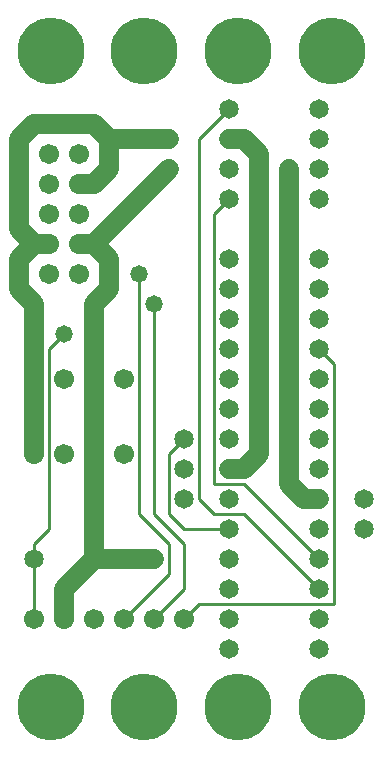
<source format=gtl>
%MOIN*%
%FSLAX25Y25*%
G04 D10 used for Character Trace; *
G04     Circle (OD=.01000) (No hole)*
G04 D11 used for Power Trace; *
G04     Circle (OD=.06500) (No hole)*
G04 D12 used for Signal Trace; *
G04     Circle (OD=.01100) (No hole)*
G04 D13 used for Via; *
G04     Circle (OD=.05800) (Round. Hole ID=.02800)*
G04 D14 used for Component hole; *
G04     Circle (OD=.06500) (Round. Hole ID=.03500)*
G04 D15 used for Component hole; *
G04     Circle (OD=.06700) (Round. Hole ID=.04300)*
G04 D16 used for Component hole; *
G04     Circle (OD=.08100) (Round. Hole ID=.05100)*
G04 D17 used for Component hole; *
G04     Circle (OD=.08900) (Round. Hole ID=.05900)*
G04 D18 used for Component hole; *
G04     Circle (OD=.11300) (Round. Hole ID=.08300)*
G04 D19 used for Component hole; *
G04     Circle (OD=.16000) (Round. Hole ID=.13000)*
G04 D20 used for Component hole; *
G04     Circle (OD=.18300) (Round. Hole ID=.15300)*
G04 D21 used for Component hole; *
G04     Circle (OD=.22291) (Round. Hole ID=.19291)*
%ADD10C,.01000*%
%ADD11C,.06500*%
%ADD12C,.01100*%
%ADD13C,.05800*%
%ADD14C,.06500*%
%ADD15C,.06700*%
%ADD16C,.08100*%
%ADD17C,.08900*%
%ADD18C,.11300*%
%ADD19C,.16000*%
%ADD20C,.18300*%
%ADD21C,.22291*%
%IPPOS*%
%LPD*%
G90*X0Y0D02*D21*X15625Y15625D03*D15*              
X40000Y45000D03*D12*X55000Y60000D01*Y70000D01*    
X45000Y80000D01*Y160000D01*D13*D03*D11*           
X35000Y155000D02*Y165000D01*X30000Y150000D02*     
X35000Y155000D01*X30000Y125000D02*Y150000D01*D15* 
Y125000D03*D11*Y100000D01*D15*D03*D11*Y65000D01*  
X20000Y55000D01*Y45000D01*D15*D03*X30000D03*      
X10000D03*D12*Y65000D01*D14*D03*D12*Y70000D01*    
X15000Y75000D01*Y135000D01*X20000Y140000D01*D13*  
D03*D11*X10000Y125000D02*Y150000D01*D15*          
Y125000D03*D11*Y100000D01*D15*D03*X20000D03*      
Y125000D03*X40000Y100000D03*Y125000D03*D11*       
X30000Y65000D02*X50000D01*D14*D03*D12*Y45000D02*  
X60000Y55000D01*D15*X50000Y45000D03*D12*          
X60000Y55000D02*Y70000D01*X50000Y80000D01*        
Y150000D01*D13*D03*D11*X35000Y165000D02*          
X30000Y170000D01*X25000D01*D15*D03*D11*X30000D02* 
X55000Y195000D01*D14*D03*D12*X65000Y85000D02*     
Y205000D01*X70000Y80000D02*X65000Y85000D01*       
X70000Y80000D02*X80000D01*X105000Y55000D01*D14*   
D03*D12*X65000Y50000D02*X110000D01*               
X60000Y45000D02*X65000Y50000D01*D15*              
X60000Y45000D03*D14*X75000Y35000D03*Y45000D03*    
Y55000D03*Y65000D03*Y75000D03*D12*X60000D01*      
X55000Y80000D01*Y100000D01*X60000Y105000D01*D14*  
D03*Y95000D03*X75000D03*D11*X80000D01*            
X85000Y100000D01*Y200000D01*X80000Y205000D01*     
X75000D01*D14*D03*Y215000D03*D12*X65000Y205000D01*
D14*X75000Y195000D03*X55000Y205000D03*D11*        
X35000D01*Y195000D01*X30000Y190000D01*X25000D01*  
D15*D03*X15000Y200000D03*Y180000D03*              
X25000Y200000D03*X15000Y190000D03*                
X25000Y180000D03*D11*X35000Y205000D02*            
X30000Y210000D01*X10000D01*X5000Y205000D01*       
Y175000D01*X10000Y170000D01*X5000Y165000D01*      
Y155000D01*X10000Y150000D01*D15*X15000Y160000D03* 
X25000D03*X15000Y170000D03*D11*X10000D01*D12*     
X70000Y90000D02*Y180000D01*Y90000D02*X80000D01*   
X105000Y65000D01*D14*D03*Y75000D03*D12*           
X110000Y50000D02*Y130000D01*X105000Y135000D01*D14*
D03*Y145000D03*Y125000D03*Y155000D03*Y115000D03*  
X75000Y165000D03*Y105000D03*Y155000D03*Y145000D03*
X105000Y165000D03*X75000Y135000D03*               
X105000Y105000D03*X75000Y125000D03*Y115000D03*    
X105000Y95000D03*D10*X94163Y176914D02*            
X95000Y177871D01*Y172129D01*X94163D02*X95837D01*  
D11*X100000Y85000D02*X95000Y90000D01*             
X100000Y85000D02*X105000D01*D14*D03*D11*          
X95000Y90000D02*Y195000D01*D13*D03*D14*           
X105000Y185000D03*Y205000D03*Y195000D03*          
Y215000D03*X75000Y185000D03*D12*X70000Y180000D01* 
D21*X15625Y234375D03*X109375D03*X78125D03*        
X46875D03*D14*X60000Y85000D03*X75000D03*          
X120000D03*Y75000D03*X105000Y45000D03*Y35000D03*  
D21*X46875Y15625D03*X78125D03*X109375D03*M02*     

</source>
